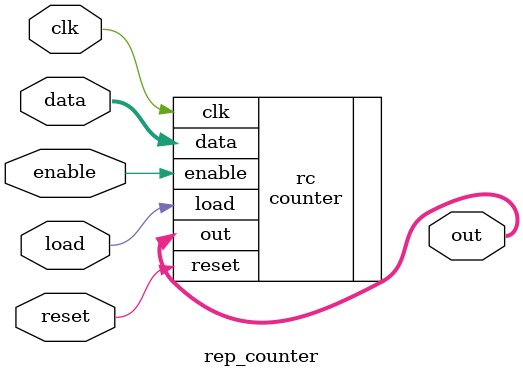
<source format=v>
`define W 2
module rep_counter (
	out,
	data,
	load,
	enable,
	clk,
	reset
);

output[`W-1:0] out;

input[`W-1:0] data;

input load, enable, clk, reset;



counter rc (
	.out(out),
	.data(data),
	.load(load),
	.enable(enable),
	.clk(clk),
	.reset(reset)
);

defparam rc.WIDTH = `W;

endmodule



</source>
